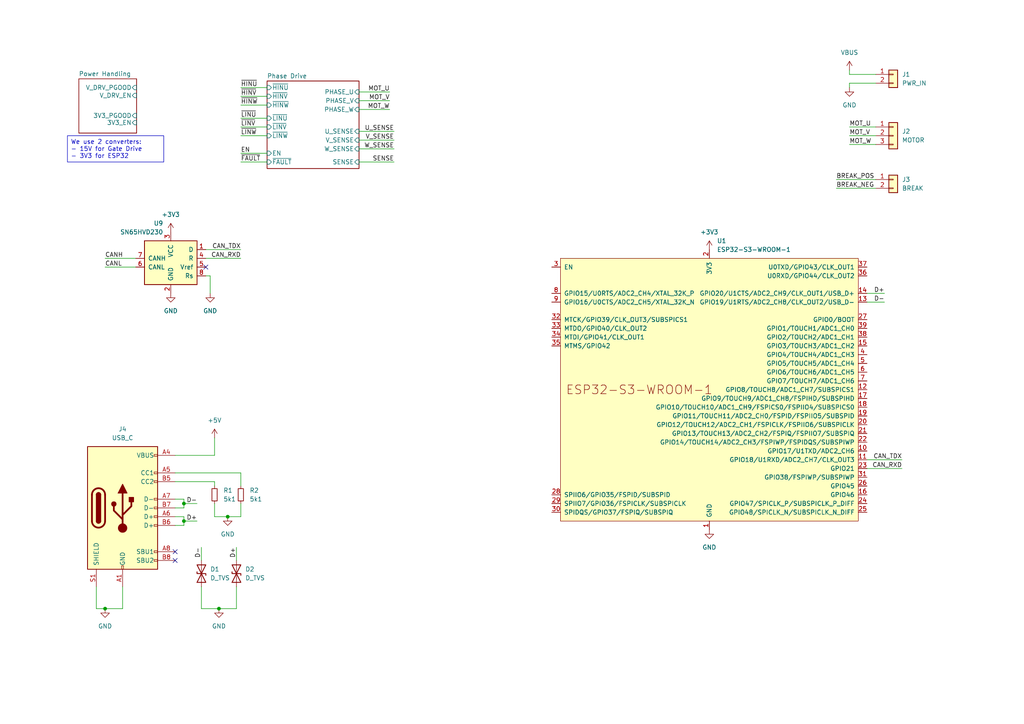
<source format=kicad_sch>
(kicad_sch (version 20231120) (generator "eeschema") (generator_version "8.0")
  (paper "A4")
  (lib_symbols
    (symbol "Connector:USB_C_Receptacle_USB2.0_16P" (pin_names (offset 1.016))
      (property "Reference" "J" (at 0 22.225 0))
      (property "Value" "USB_C_Receptacle_USB2.0_16P" (at 0 19.685 0))
      (symbol "USB_C_Receptacle_USB2.0_16P_0_0"
        (rectangle (start -0.254 -17.78) (end 0.254 -16.764))
        (rectangle (start 10.16 -14.986) (end 9.144 -15.494))
        (rectangle (start 10.16 -12.446) (end 9.144 -12.954))
        (rectangle (start 10.16 -4.826) (end 9.144 -5.334))
        (rectangle (start 10.16 -2.286) (end 9.144 -2.794))
        (rectangle (start 10.16 0.254) (end 9.144 -0.254))
        (rectangle (start 10.16 2.794) (end 9.144 2.286))
        (rectangle (start 10.16 7.874) (end 9.144 7.366))
        (rectangle (start 10.16 10.414) (end 9.144 9.906))
        (rectangle (start 10.16 15.494) (end 9.144 14.986))
      )
      (symbol "USB_C_Receptacle_USB2.0_16P_0_1"
        (rectangle (start -10.16 17.78) (end 10.16 -17.78) (stroke (width 0.254)) (fill (type background)))
        (arc (start -8.89 -3.81) (mid -6.985 -5.7067) (end -5.08 -3.81) (stroke (width 0.508)))
        (arc (start -7.62 -3.81) (mid -6.985 -4.4423) (end -6.35 -3.81) (stroke (width 0.254)))
        (arc (start -7.62 -3.81) (mid -6.985 -4.4423) (end -6.35 -3.81) (stroke (width 0.254)) (fill (type outline)))
        (rectangle (start -7.62 -3.81) (end -6.35 3.81) (stroke (width 0.254)) (fill (type outline)))
        (arc (start -6.35 3.81) (mid -6.985 4.4423) (end -7.62 3.81) (stroke (width 0.254)))
        (arc (start -6.35 3.81) (mid -6.985 4.4423) (end -7.62 3.81) (stroke (width 0.254)) (fill (type outline)))
        (arc (start -5.08 3.81) (mid -6.985 5.7067) (end -8.89 3.81) (stroke (width 0.508)))
        (circle (center -2.54 1.143) (radius 0.635) (stroke (width 0.254)) (fill (type outline)))
        (circle (center 0 -5.842) (radius 1.27) (fill (type outline)))
        (polyline (pts (xy -8.89 -3.81) (xy -8.89 3.81)) (stroke (width 0.508)))
        (polyline (pts (xy -5.08 3.81) (xy -5.08 -3.81)) (stroke (width 0.508)))
        (polyline (pts (xy 0 -5.842) (xy 0 4.318)) (stroke (width 0.508)))
        (polyline (pts (xy 0 -3.302) (xy -2.54 -0.762) (xy -2.54 0.508)) (stroke (width 0.508)))
        (polyline (pts (xy 0 -2.032) (xy 2.54 0.508) (xy 2.54 1.778)) (stroke (width 0.508)))
        (polyline (pts (xy -1.27 4.318) (xy 0 6.858) (xy 1.27 4.318) (xy -1.27 4.318)) (stroke (width 0.254)) (fill (type outline)))
        (rectangle (start 1.905 1.778) (end 3.175 3.048) (stroke (width 0.254)) (fill (type outline)))
      )
      (symbol "USB_C_Receptacle_USB2.0_16P_1_1"
        (pin passive line (at 0 -22.86 90) (length 5.08) (name "GND") (number "A1"))
        (pin passive line (at 0 -22.86 90) (length 5.08) hide (name "GND") (number "A12"))
        (pin passive line (at 15.24 15.24 180) (length 5.08) (name "VBUS") (number "A4"))
        (pin bidirectional line (at 15.24 10.16 180) (length 5.08) (name "CC1") (number "A5"))
        (pin bidirectional line (at 15.24 -2.54 180) (length 5.08) (name "D+") (number "A6"))
        (pin bidirectional line (at 15.24 2.54 180) (length 5.08) (name "D-") (number "A7"))
        (pin bidirectional line (at 15.24 -12.7 180) (length 5.08) (name "SBU1") (number "A8"))
        (pin passive line (at 15.24 15.24 180) (length 5.08) hide (name "VBUS") (number "A9"))
        (pin passive line (at 0 -22.86 90) (length 5.08) hide (name "GND") (number "B1"))
        (pin passive line (at 0 -22.86 90) (length 5.08) hide (name "GND") (number "B12"))
        (pin passive line (at 15.24 15.24 180) (length 5.08) hide (name "VBUS") (number "B4"))
        (pin bidirectional line (at 15.24 7.62 180) (length 5.08) (name "CC2") (number "B5"))
        (pin bidirectional line (at 15.24 -5.08 180) (length 5.08) (name "D+") (number "B6"))
        (pin bidirectional line (at 15.24 0 180) (length 5.08) (name "D-") (number "B7"))
        (pin bidirectional line (at 15.24 -15.24 180) (length 5.08) (name "SBU2") (number "B8"))
        (pin passive line (at 15.24 15.24 180) (length 5.08) hide (name "VBUS") (number "B9"))
        (pin passive line (at -7.62 -22.86 90) (length 5.08) (name "SHIELD") (number "S1"))
      )
    )
    (symbol "Connector_Generic:Conn_01x02" (pin_names (offset 1.016) hide)
      (property "Reference" "J" (at 0 2.54 0))
      (property "Value" "Conn_01x02" (at 0 -5.08 0))
      (symbol "Conn_01x02_1_1"
        (rectangle (start -1.27 -2.413) (end 0 -2.667) (stroke (width 0.1524)))
        (rectangle (start -1.27 0.127) (end 0 -0.127) (stroke (width 0.1524)))
        (rectangle (start -1.27 1.27) (end 1.27 -3.81) (stroke (width 0.254)) (fill (type background)))
        (pin passive line (at -5.08 0 0) (length 3.81) (name "Pin_1") (number "1"))
        (pin passive line (at -5.08 -2.54 0) (length 3.81) (name "Pin_2") (number "2"))
      )
    )
    (symbol "Connector_Generic:Conn_01x03" (pin_names (offset 1.016) hide)
      (property "Reference" "J" (at 0 5.08 0))
      (property "Value" "Conn_01x03" (at 0 -5.08 0))
      (symbol "Conn_01x03_1_1"
        (rectangle (start -1.27 -2.413) (end 0 -2.667) (stroke (width 0.1524)))
        (rectangle (start -1.27 0.127) (end 0 -0.127) (stroke (width 0.1524)))
        (rectangle (start -1.27 2.667) (end 0 2.413) (stroke (width 0.1524)))
        (rectangle (start -1.27 3.81) (end 1.27 -3.81) (stroke (width 0.254)) (fill (type background)))
        (pin passive line (at -5.08 2.54 0) (length 3.81) (name "Pin_1") (number "1"))
        (pin passive line (at -5.08 0 0) (length 3.81) (name "Pin_2") (number "2"))
        (pin passive line (at -5.08 -2.54 0) (length 3.81) (name "Pin_3") (number "3"))
      )
    )
    (symbol "Device:D_TVS" (pin_numbers hide) (pin_names (offset 1.016) hide)
      (property "Reference" "D" (at 0 2.54 0))
      (property "Value" "D_TVS" (at 0 -2.54 0))
      (symbol "D_TVS_0_1"
        (polyline (pts (xy 1.27 0) (xy -1.27 0)))
        (polyline (pts (xy 0.508 1.27) (xy 0 1.27) (xy 0 -1.27) (xy -0.508 -1.27)) (stroke (width 0.254)))
        (polyline (pts (xy -2.54 1.27) (xy -2.54 -1.27) (xy 2.54 1.27) (xy 2.54 -1.27) (xy -2.54 1.27)) (stroke (width 0.254)))
      )
      (symbol "D_TVS_1_1"
        (pin passive line (at -3.81 0 0) (length 2.54) (name "A1") (number "1"))
        (pin passive line (at 3.81 0 180) (length 2.54) (name "A2") (number "2"))
      )
    )
    (symbol "Device:R_Small" (pin_numbers hide) (pin_names (offset 0.254) hide)
      (property "Reference" "R" (at 0.762 0.508 0))
      (property "Value" "R_Small" (at 0.762 -1.016 0))
      (symbol "R_Small_0_1"
        (rectangle (start -0.762 1.778) (end 0.762 -1.778) (stroke (width 0.2032)))
      )
      (symbol "R_Small_1_1"
        (pin passive line (at 0 2.54 270) (length 0.762) (name "~") (number "1"))
        (pin passive line (at 0 -2.54 90) (length 0.762) (name "~") (number "2"))
      )
    )
    (symbol "Interface_CAN_LIN:SN65HVD230" (pin_names (offset 1.016))
      (property "Reference" "U" (at -2.54 10.16 0))
      (property "Value" "SN65HVD230" (at -2.54 7.62 0))
      (symbol "SN65HVD230_0_1"
        (rectangle (start -7.62 5.08) (end 7.62 -7.62) (stroke (width 0.254)) (fill (type background)))
      )
      (symbol "SN65HVD230_1_1"
        (pin input line (at -10.16 2.54 0) (length 2.54) (name "D") (number "1"))
        (pin power_in line (at 0 -10.16 90) (length 2.54) (name "GND") (number "2"))
        (pin power_in line (at 0 7.62 270) (length 2.54) (name "VCC") (number "3"))
        (pin output line (at -10.16 0 0) (length 2.54) (name "R") (number "4"))
        (pin output line (at -10.16 -2.54 0) (length 2.54) (name "Vref") (number "5"))
        (pin bidirectional line (at 10.16 -2.54 180) (length 2.54) (name "CANL") (number "6"))
        (pin bidirectional line (at 10.16 0 180) (length 2.54) (name "CANH") (number "7"))
        (pin input line (at -10.16 -5.08 0) (length 2.54) (name "Rs") (number "8"))
      )
    )
    (symbol "Missing_Symbols:ESP32-S3-WROOM-1" (pin_names (offset 1.016))
      (property "Reference" "U" (at -43.18 43.18 0))
      (property "Value" "ESP32-S3-WROOM-1" (at -43.18 40.64 0))
      (symbol "ESP32-S3-WROOM-1_0_0"
        (text "ESP32-S3-WROOM-1" (at -20.32 0 0) (effects (font (size 2.54 2.54))))
        (pin power_in line (at 0 -40.64 90) (length 2.54) (name "GND") (number "1"))
        (pin bidirectional line (at 45.72 -17.78 180) (length 2.54) (name "GPIO17/U1TXD/ADC2_CH6") (number "10"))
        (pin bidirectional line (at 45.72 -20.32 180) (length 2.54) (name "GPIO18/U1RXD/ADC2_CH7/CLK_OUT3") (number "11"))
        (pin bidirectional line (at 45.72 0 180) (length 2.54) (name "GPIO8/TOUCH8/ADC1_CH7/SUBSPICS1") (number "12"))
        (pin bidirectional line (at 45.72 25.4 180) (length 2.54) (name "GPIO19/U1RTS/ADC2_CH8/CLK_OUT2/USB_D-") (number "13"))
        (pin bidirectional line (at 45.72 27.94 180) (length 2.54) (name "GPIO20/U1CTS/ADC2_CH9/CLK_OUT1/USB_D+") (number "14"))
        (pin bidirectional line (at 45.72 12.7 180) (length 2.54) (name "GPIO3/TOUCH3/ADC1_CH2") (number "15"))
        (pin bidirectional line (at 45.72 -30.48 180) (length 2.54) (name "GPIO46") (number "16"))
        (pin bidirectional line (at 45.72 -2.54 180) (length 2.54) (name "GPIO9/TOUCH9/ADC1_CH8/FSPIHD/SUBSPIHD") (number "17"))
        (pin bidirectional line (at 45.72 -5.08 180) (length 2.54) (name "GPIO10/TOUCH10/ADC1_CH9/FSPICS0/FSPIIO4/SUBSPICS0") (number "18"))
        (pin bidirectional line (at 45.72 -7.62 180) (length 2.54) (name "GPIO11/TOUCH11/ADC2_CH0/FSPID/FSPIIO5/SUBSPID") (number "19"))
        (pin power_in line (at 0 40.64 270) (length 2.54) (name "3V3") (number "2"))
        (pin bidirectional line (at 45.72 -10.16 180) (length 2.54) (name "GPIO12/TOUCH12/ADC2_CH1/FSPICLK/FSPIIO6/SUBSPICLK") (number "20"))
        (pin bidirectional line (at 45.72 -12.7 180) (length 2.54) (name "GPIO13/TOUCH13/ADC2_CH2/FSPIQ/FSPIIO7/SUBSPIQ") (number "21"))
        (pin bidirectional line (at 45.72 -15.24 180) (length 2.54) (name "GPIO14/TOUCH14/ADC2_CH3/FSPIWP/FSPIDQS/SUBSPIWP") (number "22"))
        (pin bidirectional line (at 45.72 -22.86 180) (length 2.54) (name "GPIO21") (number "23"))
        (pin bidirectional line (at 45.72 -33.02 180) (length 2.54) (name "GPIO47/SPICLK_P/SUBSPICLK_P_DIFF") (number "24"))
        (pin bidirectional line (at 45.72 -35.56 180) (length 2.54) (name "GPIO48/SPICLK_N/SUBSPICLK_N_DIFF") (number "25"))
        (pin bidirectional line (at 45.72 -27.94 180) (length 2.54) (name "GPIO45") (number "26"))
        (pin bidirectional line (at 45.72 20.32 180) (length 2.54) (name "GPIO0/BOOT") (number "27"))
        (pin bidirectional line (at -45.72 -30.48 0) (length 2.54) (name "SPIIO6/GPIO35/FSPID/SUBSPID") (number "28"))
        (pin bidirectional line (at -45.72 -33.02 0) (length 2.54) (name "SPIIO7/GPIO36/FSPICLK/SUBSPICLK") (number "29"))
        (pin input line (at -45.72 35.56 0) (length 2.54) (name "EN") (number "3"))
        (pin bidirectional line (at -45.72 -35.56 0) (length 2.54) (name "SPIDQS/GPIO37/FSPIQ/SUBSPIQ") (number "30"))
        (pin bidirectional line (at 45.72 -25.4 180) (length 2.54) (name "GPIO38/FSPIWP/SUBSPIWP") (number "31"))
        (pin bidirectional line (at -45.72 20.32 0) (length 2.54) (name "MTCK/GPIO39/CLK_OUT3/SUBSPICS1") (number "32"))
        (pin bidirectional line (at -45.72 17.78 0) (length 2.54) (name "MTDO/GPIO40/CLK_OUT2") (number "33"))
        (pin bidirectional line (at -45.72 15.24 0) (length 2.54) (name "MTDI/GPIO41/CLK_OUT1") (number "34"))
        (pin bidirectional line (at -45.72 12.7 0) (length 2.54) (name "MTMS/GPIO42") (number "35"))
        (pin bidirectional line (at 45.72 33.02 180) (length 2.54) (name "U0RXD/GPIO44/CLK_OUT2") (number "36"))
        (pin bidirectional line (at 45.72 35.56 180) (length 2.54) (name "U0TXD/GPIO43/CLK_OUT1") (number "37"))
        (pin bidirectional line (at 45.72 15.24 180) (length 2.54) (name "GPIO2/TOUCH2/ADC1_CH1") (number "38"))
        (pin bidirectional line (at 45.72 17.78 180) (length 2.54) (name "GPIO1/TOUCH1/ADC1_CH0") (number "39"))
        (pin bidirectional line (at 45.72 10.16 180) (length 2.54) (name "GPIO4/TOUCH4/ADC1_CH3") (number "4"))
        (pin passive line (at 0 -40.64 90) (length 2.54) hide (name "GND") (number "40"))
        (pin passive line (at 0 -40.64 90) (length 2.54) hide (name "GND") (number "41"))
        (pin bidirectional line (at 45.72 7.62 180) (length 2.54) (name "GPIO5/TOUCH5/ADC1_CH4") (number "5"))
        (pin bidirectional line (at 45.72 5.08 180) (length 2.54) (name "GPIO6/TOUCH6/ADC1_CH5") (number "6"))
        (pin bidirectional line (at 45.72 2.54 180) (length 2.54) (name "GPIO7/TOUCH7/ADC1_CH6") (number "7"))
        (pin bidirectional line (at -45.72 27.94 0) (length 2.54) (name "GPIO15/U0RTS/ADC2_CH4/XTAL_32K_P") (number "8"))
        (pin bidirectional line (at -45.72 25.4 0) (length 2.54) (name "GPIO16/U0CTS/ADC2_CH5/XTAL_32K_N") (number "9"))
      )
      (symbol "ESP32-S3-WROOM-1_0_1"
        (rectangle (start -43.18 38.1) (end 43.18 -38.1) (fill (type background)))
      )
    )
    (symbol "power:+3V3" (power) (pin_names (offset 0))
      (property "Value" "+3V3" (at 0 3.556 0))
      (symbol "+3V3_0_1"
        (polyline (pts (xy -0.762 1.27) (xy 0 2.54)))
        (polyline (pts (xy 0 0) (xy 0 2.54)))
        (polyline (pts (xy 0 2.54) (xy 0.762 1.27)))
      )
      (symbol "+3V3_1_1"
        (pin power_in line (at 0 0 90) (length 0) hide (name "+3V3") (number "1"))
      )
    )
    (symbol "power:+5V" (power) (pin_names (offset 0))
      (property "Value" "+5V" (at 0 3.556 0))
      (symbol "+5V_0_1"
        (polyline (pts (xy -0.762 1.27) (xy 0 2.54)))
        (polyline (pts (xy 0 0) (xy 0 2.54)))
        (polyline (pts (xy 0 2.54) (xy 0.762 1.27)))
      )
      (symbol "+5V_1_1"
        (pin power_in line (at 0 0 90) (length 0) hide (name "+5V") (number "1"))
      )
    )
    (symbol "power:GND" (power) (pin_names (offset 0))
      (property "Value" "GND" (at 0 -3.81 0))
      (symbol "GND_0_1"
        (polyline (pts (xy 0 0) (xy 0 -1.27) (xy 1.27 -1.27) (xy 0 -2.54) (xy -1.27 -1.27) (xy 0 -1.27)))
      )
      (symbol "GND_1_1"
        (pin power_in line (at 0 0 270) (length 0) hide (name "GND") (number "1"))
      )
    )
    (symbol "power:VBUS" (power) (pin_names (offset 0))
      (property "Value" "VBUS" (at 0 3.81 0))
      (symbol "VBUS_0_1"
        (polyline (pts (xy -0.762 1.27) (xy 0 2.54)))
        (polyline (pts (xy 0 0) (xy 0 2.54)))
        (polyline (pts (xy 0 2.54) (xy 0.762 1.27)))
      )
      (symbol "VBUS_1_1"
        (pin power_in line (at 0 0 90) (length 0) hide (name "VBUS") (number "1"))
      )
    )
  )
  (junction (at 66.04 149.86))
  (junction (at 30.48 176.53))
  (junction (at 63.5 176.53))
  (junction (at 53.34 146.05))
  (junction (at 53.34 151.13))
  (no_connect (at 50.8 160.02))
  (no_connect (at 59.69 77.47))
  (no_connect (at 50.8 162.56))
  (wire (pts (xy 246.38 25.4) (xy 246.38 24.13)))
  (wire (pts (xy 50.8 147.32) (xy 53.34 147.32)))
  (wire (pts (xy 30.48 74.93) (xy 39.37 74.93)))
  (wire (pts (xy 254 36.83) (xy 246.38 36.83)))
  (wire (pts (xy 104.14 31.75) (xy 113.03 31.75)))
  (wire (pts (xy 27.94 176.53) (xy 30.48 176.53)))
  (wire (pts (xy 69.85 25.4) (xy 77.47 25.4)))
  (wire (pts (xy 104.14 46.99) (xy 114.3 46.99)))
  (wire (pts (xy 53.34 151.13) (xy 57.15 151.13)))
  (wire (pts (xy 104.14 40.64) (xy 114.3 40.64)))
  (wire (pts (xy 254 21.59) (xy 246.38 21.59)))
  (wire (pts (xy 69.85 149.86) (xy 69.85 146.05)))
  (wire (pts (xy 50.8 139.7) (xy 62.23 139.7)))
  (wire (pts (xy 58.42 158.75) (xy 58.42 162.56)))
  (wire (pts (xy 30.48 176.53) (xy 35.56 176.53)))
  (wire (pts (xy 53.34 146.05) (xy 57.15 146.05)))
  (wire (pts (xy 68.58 176.53) (xy 68.58 170.18)))
  (wire (pts (xy 68.58 158.75) (xy 68.58 162.56)))
  (wire (pts (xy 53.34 146.05) (xy 53.34 147.32)))
  (wire (pts (xy 50.8 149.86) (xy 53.34 149.86)))
  (wire (pts (xy 69.85 30.48) (xy 77.47 30.48)))
  (wire (pts (xy 62.23 132.08) (xy 62.23 127)))
  (wire (pts (xy 58.42 176.53) (xy 58.42 170.18)))
  (wire (pts (xy 251.46 133.35) (xy 261.62 133.35)))
  (wire (pts (xy 50.8 132.08) (xy 62.23 132.08)))
  (wire (pts (xy 104.14 26.67) (xy 113.03 26.67)))
  (wire (pts (xy 104.14 43.18) (xy 114.3 43.18)))
  (wire (pts (xy 53.34 152.4) (xy 50.8 152.4)))
  (wire (pts (xy 62.23 139.7) (xy 62.23 140.97)))
  (wire (pts (xy 53.34 149.86) (xy 53.34 151.13)))
  (wire (pts (xy 27.94 170.18) (xy 27.94 176.53)))
  (wire (pts (xy 251.46 135.89) (xy 261.62 135.89)))
  (wire (pts (xy 53.34 144.78) (xy 53.34 146.05)))
  (wire (pts (xy 69.85 34.29) (xy 77.47 34.29)))
  (wire (pts (xy 30.48 77.47) (xy 39.37 77.47)))
  (wire (pts (xy 69.85 36.83) (xy 77.47 36.83)))
  (wire (pts (xy 50.8 137.16) (xy 69.85 137.16)))
  (wire (pts (xy 63.5 176.53) (xy 68.58 176.53)))
  (wire (pts (xy 66.04 149.86) (xy 69.85 149.86)))
  (wire (pts (xy 246.38 41.91) (xy 254 41.91)))
  (wire (pts (xy 35.56 170.18) (xy 35.56 176.53)))
  (wire (pts (xy 69.85 44.45) (xy 77.47 44.45)))
  (wire (pts (xy 59.69 80.01) (xy 60.96 80.01)))
  (wire (pts (xy 59.69 74.93) (xy 69.85 74.93)))
  (wire (pts (xy 242.57 54.61) (xy 254 54.61)))
  (wire (pts (xy 62.23 146.05) (xy 62.23 149.86)))
  (wire (pts (xy 251.46 85.09) (xy 256.54 85.09)))
  (wire (pts (xy 104.14 38.1) (xy 114.3 38.1)))
  (wire (pts (xy 246.38 39.37) (xy 254 39.37)))
  (wire (pts (xy 69.85 137.16) (xy 69.85 140.97)))
  (wire (pts (xy 246.38 24.13) (xy 254 24.13)))
  (wire (pts (xy 63.5 176.53) (xy 58.42 176.53)))
  (wire (pts (xy 60.96 80.01) (xy 60.96 85.09)))
  (wire (pts (xy 246.38 21.59) (xy 246.38 20.32)))
  (wire (pts (xy 69.85 39.37) (xy 77.47 39.37)))
  (wire (pts (xy 69.85 27.94) (xy 77.47 27.94)))
  (wire (pts (xy 59.69 72.39) (xy 69.85 72.39)))
  (wire (pts (xy 50.8 144.78) (xy 53.34 144.78)))
  (wire (pts (xy 242.57 52.07) (xy 254 52.07)))
  (wire (pts (xy 251.46 87.63) (xy 256.54 87.63)))
  (wire (pts (xy 53.34 151.13) (xy 53.34 152.4)))
  (wire (pts (xy 69.85 46.99) (xy 77.47 46.99)))
  (wire (pts (xy 104.14 29.21) (xy 113.03 29.21)))
  (wire (pts (xy 66.04 149.86) (xy 62.23 149.86)))
  (text_box "We use 2 converters:\n- 15V for Gate Drive\n- 3V3 for ESP32" (at 19.558 39.37 0) (size 27.94 7.62) (effects (font (size 1.27 1.27)) (justify left top)))
  (label "MOT_V" (at 246.38 39.37 0))
  (label "D+" (at 68.58 158.75 270))
  (label "MOT_W" (at 113.03 31.75 180))
  (label "W_SENSE" (at 114.3 43.18 180))
  (label "EN" (at 69.85 44.45 0))
  (label "SENSE" (at 114.3 46.99 180))
  (label "D-" (at 58.42 158.75 270))
  (label "BREAK_POS" (at 242.57 52.07 0))
  (label "~{LINW}" (at 69.85 39.37 0))
  (label "U_SENSE" (at 114.3 38.1 180))
  (label "CAN_TDX" (at 69.85 72.39 180))
  (label "~{LINV}" (at 69.85 36.83 0))
  (label "V_SENSE" (at 114.3 40.64 180))
  (label "D-" (at 256.54 87.63 180))
  (label "~{HINW}" (at 69.85 30.48 0))
  (label "~{LINU}" (at 69.85 34.29 0))
  (label "CANL" (at 30.48 77.47 0))
  (label "CANH" (at 30.48 74.93 0))
  (label "CAN_RXD" (at 261.62 135.89 180))
  (label "BREAK_NEG" (at 242.57 54.61 0))
  (label "~{FAULT}" (at 69.85 46.99 0))
  (label "D+" (at 256.54 85.09 180))
  (label "MOT_V" (at 113.03 29.21 180))
  (label "~{HINV}" (at 69.85 27.94 0))
  (label "MOT_W" (at 246.38 41.91 0))
  (label "D-" (at 57.15 146.05 180))
  (label "MOT_U" (at 113.03 26.67 180))
  (label "MOT_U" (at 246.38 36.83 0))
  (label "~{HINU}" (at 69.85 25.4 0))
  (label "D+" (at 57.15 151.13 180))
  (label "CAN_TDX" (at 261.62 133.35 180))
  (label "CAN_RXD" (at 69.85 74.93 180))
  (symbol (lib_id "power:VBUS") (at 246.38 20.32 0) (unit 1)
    (property "Reference" "#PWR01" (effects (hide yes)))
    (property "Value" "VBUS" (at 246.38 15.24 0))
  )
  (symbol (lib_id "Missing_Symbols:ESP32-S3-WROOM-1") (at 205.74 113.03 0) (unit 1)
    (property "Reference" "U1" (at 207.9341 69.85 0) (effects (justify left)))
    (property "Value" "ESP32-S3-WROOM-1" (at 207.9341 72.39 0) (effects (justify left)))
    (property "Footprint" "PCM_Espressif:ESP32-S3-WROOM-1" (effects (hide yes)))
    (property "Datasheet" "https://www.espressif.com/sites/default/files/documentation/esp32-s3-wroom-1_wroom-1u_datasheet_en.pdf" (effects (hide yes)))
  )
  (symbol (lib_id "Connector_Generic:Conn_01x02") (at 259.08 21.59 0) (unit 1)
    (property "Reference" "J1" (at 261.62 21.59 0) (effects (justify left)))
    (property "Value" "PWR_IN" (at 261.62 24.13 0) (effects (justify left)))
  )
  (symbol (lib_id "Interface_CAN_LIN:SN65HVD230") (at 49.53 74.93 0) (mirror y) (unit 1)
    (property "Reference" "U9" (at 47.3359 64.77 0) (effects (justify left)))
    (property "Value" "SN65HVD230" (at 47.3359 67.31 0) (effects (justify left)))
    (property "Footprint" "Package_SO:SOIC-8_3.9x4.9mm_P1.27mm" (effects (hide yes)))
    (property "Datasheet" "http://www.ti.com/lit/ds/symlink/sn65hvd230.pdf" (effects (hide yes)))
  )
  (symbol (lib_id "Device:R_Small") (at 69.85 143.51 0) (unit 1)
    (property "Reference" "R2" (at 72.39 142.24 0) (effects (justify left)))
    (property "Value" "5k1" (at 72.39 144.78 0) (effects (justify left)))
  )
  (symbol (lib_id "power:GND") (at 63.5 176.53 0) (unit 1)
    (property "Reference" "#PWR08" (effects (hide yes)))
    (property "Value" "GND" (at 63.5 181.61 0))
  )
  (symbol (lib_id "Device:D_TVS") (at 58.42 166.37 90) (unit 1)
    (property "Reference" "D1" (at 60.96 165.1 90) (effects (justify right)))
    (property "Value" "D_TVS" (at 60.96 167.64 90) (effects (justify right)))
  )
  (symbol (lib_id "Connector_Generic:Conn_01x03") (at 259.08 39.37 0) (unit 1)
    (property "Reference" "J2" (at 261.62 38.1 0) (effects (justify left)))
    (property "Value" "MOTOR" (at 261.62 40.64 0) (effects (justify left)))
  )
  (symbol (lib_id "power:GND") (at 49.53 85.09 0) (unit 1)
    (property "Reference" "#PWR069" (effects (hide yes)))
    (property "Value" "GND" (at 49.53 90.17 0))
  )
  (symbol (lib_id "Connector_Generic:Conn_01x02") (at 259.08 52.07 0) (unit 1)
    (property "Reference" "J3" (at 261.62 52.07 0) (effects (justify left)))
    (property "Value" "BREAK" (at 261.62 54.61 0) (effects (justify left)))
  )
  (symbol (lib_id "power:GND") (at 66.04 149.86 0) (unit 1)
    (property "Reference" "#PWR06" (effects (hide yes)))
    (property "Value" "GND" (at 66.04 154.94 0))
  )
  (symbol (lib_id "power:GND") (at 30.48 176.53 0) (unit 1)
    (property "Reference" "#PWR05" (effects (hide yes)))
    (property "Value" "GND" (at 30.48 181.61 0))
  )
  (symbol (lib_id "power:+3V3") (at 205.74 72.39 0) (unit 1)
    (property "Reference" "#PWR032" (effects (hide yes)))
    (property "Value" "+3V3" (at 205.74 67.31 0))
  )
  (symbol (lib_id "Device:D_TVS") (at 68.58 166.37 90) (unit 1)
    (property "Reference" "D2" (at 71.12 165.1 90) (effects (justify right)))
    (property "Value" "D_TVS" (at 71.12 167.64 90) (effects (justify right)))
  )
  (symbol (lib_id "power:GND") (at 246.38 25.4 0) (unit 1)
    (property "Reference" "#PWR02" (effects (hide yes)))
    (property "Value" "GND" (at 246.38 30.48 0))
  )
  (symbol (lib_id "power:+5V") (at 62.23 127 0) (unit 1)
    (property "Reference" "#PWR07" (effects (hide yes)))
    (property "Value" "+5V" (at 62.23 121.92 0))
  )
  (symbol (lib_id "Device:R_Small") (at 62.23 143.51 180) (unit 1)
    (property "Reference" "R1" (at 64.77 142.24 0) (effects (justify right)))
    (property "Value" "5k1" (at 64.77 144.78 0) (effects (justify right)))
  )
  (symbol (lib_id "power:GND") (at 205.74 153.67 0) (unit 1)
    (property "Reference" "#PWR033" (effects (hide yes)))
    (property "Value" "GND" (at 205.74 158.75 0))
  )
  (symbol (lib_id "power:+3V3") (at 49.53 67.31 0) (unit 1)
    (property "Reference" "#PWR070" (effects (hide yes)))
    (property "Value" "+3V3" (at 49.53 62.23 0))
  )
  (symbol (lib_id "Connector:USB_C_Receptacle_USB2.0_16P") (at 35.56 147.32 0) (unit 1)
    (property "Reference" "J4" (at 35.56 124.46 0))
    (property "Value" "USB_C" (at 35.56 127 0))
    (property "Footprint" "Connector_USB:USB_C_Receptacle_Palconn_UTC16-G" (effects (hide yes)))
    (property "Datasheet" "https://www.usb.org/sites/default/files/documents/usb_type-c.zip" (effects (hide yes)))
  )
  (symbol (lib_id "power:GND") (at 60.96 85.09 0) (unit 1)
    (property "Reference" "#PWR068" (effects (hide yes)))
    (property "Value" "GND" (at 60.96 90.17 0))
  )
  (sheet (at 77.47 23.495) (size 26.67 25.4) (stroke (width 0.1524))
    (property "Sheetname" "Phase Drive" (at 77.47 22.7834 0) (effects (justify left bottom)))
    (property "Sheetfile" "phase_drive.kicad_sch" (effects (hide yes)))
    (pin "PHASE_U" input (at 104.14 26.67 0))
    (pin "PHASE_W" input (at 104.14 31.75 0))
    (pin "PHASE_V" input (at 104.14 29.21 0))
    (pin "~{LINV}" input (at 77.47 36.83 180))
    (pin "~{LINW}" input (at 77.47 39.37 180))
    (pin "~{HINU}" input (at 77.47 25.4 180))
    (pin "~{LINU}" input (at 77.47 34.29 180))
    (pin "~{HINV}" input (at 77.47 27.94 180))
    (pin "~{HINW}" input (at 77.47 30.48 180))
    (pin "EN" input (at 77.47 44.45 180))
    (pin "~{FAULT}" input (at 77.47 46.99 180))
    (pin "SENSE" input (at 104.14 46.99 0))
    (pin "V_SENSE" input (at 104.14 40.64 0))
    (pin "W_SENSE" input (at 104.14 43.18 0))
    (pin "U_SENSE" input (at 104.14 38.1 0))
  )
  (sheet (at 22.86 22.86) (size 16.764 15.748) (stroke (width 0.1524))
    (property "Sheetname" "Power Handling" (at 22.86 22.1484 0) (effects (justify left bottom)))
    (property "Sheetfile" "power_handling.kicad_sch" (effects (hide yes)))
    (pin "3V3_PGOOD" input (at 39.624 33.528 0))
    (pin "V_DRV_EN" input (at 39.624 27.686 0))
    (pin "V_DRV_PGOOD" input (at 39.624 25.4 0))
    (pin "3V3_EN" input (at 39.624 35.56 0))
  )
)
</source>
